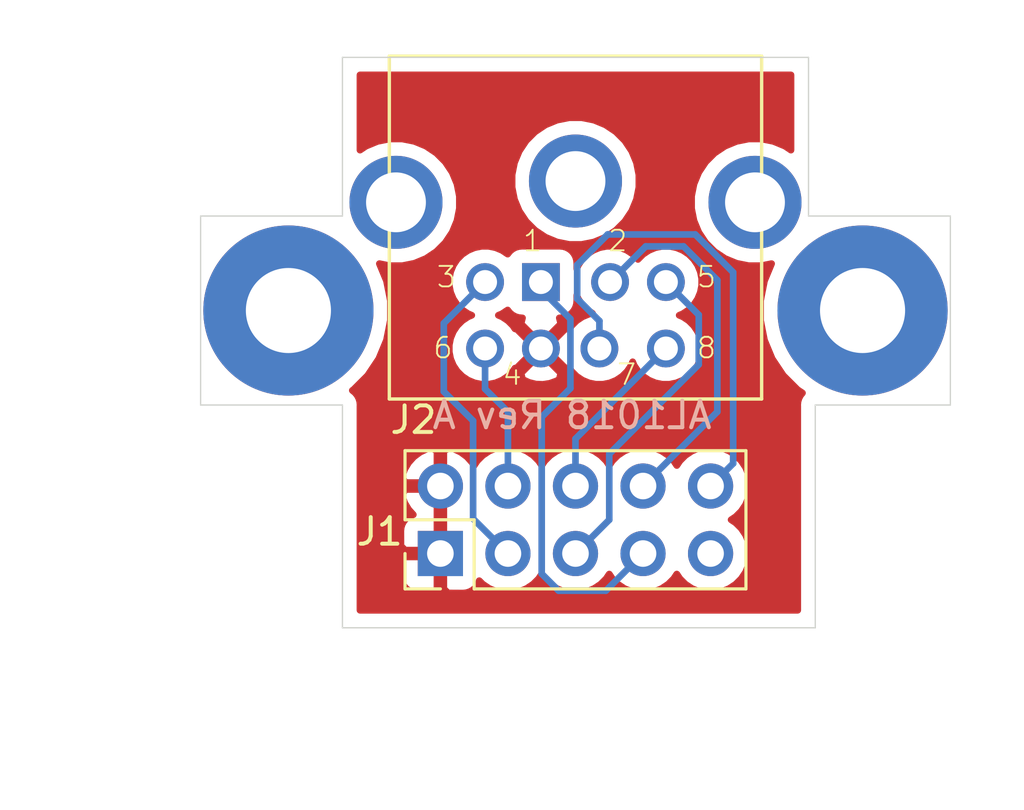
<source format=kicad_pcb>
(kicad_pcb (version 20171130) (host pcbnew 5.1.10-88a1d61d58~89~ubuntu20.04.1)

  (general
    (thickness 1.6)
    (drawings 13)
    (tracks 37)
    (zones 0)
    (modules 4)
    (nets 10)
  )

  (page A4)
  (layers
    (0 F.Cu signal)
    (31 B.Cu signal)
    (32 B.Adhes user)
    (33 F.Adhes user)
    (34 B.Paste user)
    (35 F.Paste user)
    (36 B.SilkS user)
    (37 F.SilkS user)
    (38 B.Mask user)
    (39 F.Mask user)
    (40 Dwgs.User user)
    (41 Cmts.User user)
    (42 Eco1.User user)
    (43 Eco2.User user)
    (44 Edge.Cuts user)
    (45 Margin user)
    (46 B.CrtYd user)
    (47 F.CrtYd user)
    (48 B.Fab user)
    (49 F.Fab user)
  )

  (setup
    (last_trace_width 0.25)
    (trace_clearance 0.2)
    (zone_clearance 0.508)
    (zone_45_only no)
    (trace_min 0.2)
    (via_size 0.8)
    (via_drill 0.4)
    (via_min_size 0.4)
    (via_min_drill 0.3)
    (uvia_size 0.3)
    (uvia_drill 0.1)
    (uvias_allowed no)
    (uvia_min_size 0.2)
    (uvia_min_drill 0.1)
    (edge_width 0.05)
    (segment_width 0.2)
    (pcb_text_width 0.3)
    (pcb_text_size 1.5 1.5)
    (mod_edge_width 0.12)
    (mod_text_size 1 1)
    (mod_text_width 0.15)
    (pad_size 1.524 1.524)
    (pad_drill 0.762)
    (pad_to_mask_clearance 0)
    (aux_axis_origin 0 0)
    (visible_elements FFFFFF7F)
    (pcbplotparams
      (layerselection 0x010fc_ffffffff)
      (usegerberextensions true)
      (usegerberattributes true)
      (usegerberadvancedattributes true)
      (creategerberjobfile true)
      (excludeedgelayer true)
      (linewidth 0.150000)
      (plotframeref false)
      (viasonmask false)
      (mode 1)
      (useauxorigin false)
      (hpglpennumber 1)
      (hpglpenspeed 20)
      (hpglpendiameter 15.000000)
      (psnegative false)
      (psa4output false)
      (plotreference true)
      (plotvalue false)
      (plotinvisibletext false)
      (padsonsilk false)
      (subtractmaskfromsilk false)
      (outputformat 1)
      (mirror false)
      (drillshape 0)
      (scaleselection 1)
      (outputdirectory "cam/"))
  )

  (net 0 "")
  (net 1 +5V)
  (net 2 /GPi)
  (net 3 /HSKo)
  (net 4 /HSKi)
  (net 5 /RXD-)
  (net 6 /RXD+)
  (net 7 /TXD-)
  (net 8 /TXD+)
  (net 9 GND)

  (net_class Default "This is the default net class."
    (clearance 0.2)
    (trace_width 0.25)
    (via_dia 0.8)
    (via_drill 0.4)
    (uvia_dia 0.3)
    (uvia_drill 0.1)
    (add_net +5V)
    (add_net /GPi)
    (add_net /HSKi)
    (add_net /HSKo)
    (add_net /RXD+)
    (add_net /RXD-)
    (add_net /TXD+)
    (add_net /TXD-)
    (add_net GND)
  )

  (module AL_Footprints:MINI_DIN8 locked (layer F.Cu) (tedit 6158B9D6) (tstamp 61544835)
    (at 66.929 34.753)
    (path /6154FF55)
    (fp_text reference J2 (at -7.0485 9.57) (layer F.SilkS)
      (effects (font (size 1 1) (thickness 0.15)) (justify left bottom))
    )
    (fp_text value Mini-DIN-8 (at -6.35 -2.59) (layer F.Fab)
      (effects (font (size 1.6891 1.6891) (thickness 0.16891)) (justify right bottom))
    )
    (fp_line (start 7 -4.7) (end -7 -4.7) (layer F.SilkS) (width 0.127))
    (fp_line (start -7 -4.7) (end -7 -0.25) (layer F.SilkS) (width 0.127))
    (fp_line (start -7 -0.25) (end -7 8.2) (layer F.SilkS) (width 0.127))
    (fp_line (start -7 8.2) (end 7 8.2) (layer F.SilkS) (width 0.127))
    (fp_line (start 7 8.2) (end 7 1.75) (layer F.SilkS) (width 0.127))
    (fp_line (start 7 1.75) (end 7 -0.25) (layer F.SilkS) (width 0.127))
    (fp_line (start 7 -0.25) (end 7 -4.7) (layer F.SilkS) (width 0.127))
    (fp_line (start 7 -0.25) (end 6.7 -0.25) (layer F.SilkS) (width 0.127))
    (fp_line (start 6.7 -0.25) (end 6.7 1.75) (layer F.SilkS) (width 0.127))
    (fp_line (start 6.7 1.75) (end 7 1.75) (layer F.SilkS) (width 0.127))
    (fp_line (start -7 -0.25) (end -6.7 -0.25) (layer F.SilkS) (width 0.127))
    (fp_line (start -6.7 -0.25) (end -6.7 1.75) (layer F.SilkS) (width 0.127))
    (fp_line (start -6.7 1.75) (end -6.95 1.75) (layer F.SilkS) (width 0.127))
    (fp_text user 4 (at -1.972 7.731 180) (layer F.SilkS)
      (effects (font (size 0.77216 0.77216) (thickness 0.065024)) (justify right bottom))
    )
    (fp_text user 4 (at -1.972 7.731 180) (layer F.SilkS)
      (effects (font (size 0.77216 0.77216) (thickness 0.065024)) (justify right bottom))
    )
    (fp_text user 7 (at 2.334 7.731 180) (layer F.SilkS)
      (effects (font (size 0.77216 0.77216) (thickness 0.065024)) (justify right bottom))
    )
    (fp_text user 7 (at 2.334 7.731 180) (layer F.SilkS)
      (effects (font (size 0.77216 0.77216) (thickness 0.065024)) (justify right bottom))
    )
    (fp_text user 2 (at 2 2.7 180) (layer F.SilkS)
      (effects (font (size 0.77216 0.77216) (thickness 0.065024)) (justify right bottom))
    )
    (fp_text user 5 (at 5.334 4.064 180) (layer F.SilkS)
      (effects (font (size 0.77216 0.77216) (thickness 0.065024)) (justify right bottom))
    )
    (fp_text user 6 (at -4.572 6.731 180) (layer F.SilkS)
      (effects (font (size 0.77216 0.77216) (thickness 0.065024)) (justify right bottom))
    )
    (fp_text user 1 (at -1.2 2.7 180) (layer F.SilkS)
      (effects (font (size 0.77216 0.77216) (thickness 0.065024)) (justify right bottom))
    )
    (fp_text user 3 (at -4.445 4.064 180) (layer F.SilkS)
      (effects (font (size 0.77216 0.77216) (thickness 0.065024)) (justify right bottom))
    )
    (fp_text user 8 (at 5.334 6.731 180) (layer F.SilkS)
      (effects (font (size 0.77216 0.77216) (thickness 0.065024)) (justify right bottom))
    )
    (fp_text user 8 (at 5.334 6.731 180) (layer F.SilkS)
      (effects (font (size 0.77216 0.77216) (thickness 0.065024)) (justify right bottom))
    )
    (fp_text user 6 (at -4.572 6.731 180) (layer F.SilkS)
      (effects (font (size 0.77216 0.77216) (thickness 0.065024)) (justify right bottom))
    )
    (fp_text user 5 (at 5.334 4.064 180) (layer F.SilkS)
      (effects (font (size 0.77216 0.77216) (thickness 0.065024)) (justify right bottom))
    )
    (fp_text user 3 (at -4.445 4.064 180) (layer F.SilkS)
      (effects (font (size 0.77216 0.77216) (thickness 0.065024)) (justify right bottom))
    )
    (fp_text user 2 (at 2 2.7 180) (layer F.SilkS)
      (effects (font (size 0.77216 0.77216) (thickness 0.065024)) (justify right bottom))
    )
    (fp_text user 1 (at -1.2 2.7 180) (layer F.SilkS)
      (effects (font (size 0.77216 0.77216) (thickness 0.065024)) (justify right bottom))
    )
    (pad 7 thru_hole circle (at 0.9 6.3) (size 1.4224 1.4224) (drill 0.9) (layers *.Cu *.Mask)
      (net 2 /GPi) (solder_mask_margin 0.0508))
    (pad 4 thru_hole circle (at -1.3 6.3) (size 1.4224 1.4224) (drill 0.9) (layers *.Cu *.Mask)
      (net 9 GND) (solder_mask_margin 0.0508))
    (pad 6 thru_hole circle (at -3.4 6.3) (size 1.4224 1.4224) (drill 0.9) (layers *.Cu *.Mask)
      (net 8 /TXD+) (solder_mask_margin 0.0508))
    (pad 8 thru_hole circle (at 3.4 6.3) (size 1.4224 1.4224) (drill 0.9) (layers *.Cu *.Mask)
      (net 6 /RXD+) (solder_mask_margin 0.0508))
    (pad 5 thru_hole circle (at 3.4 3.8) (size 1.4224 1.4224) (drill 0.9) (layers *.Cu *.Mask)
      (net 5 /RXD-) (solder_mask_margin 0.0508))
    (pad 3 thru_hole circle (at -3.4 3.8) (size 1.4224 1.4224) (drill 0.9) (layers *.Cu *.Mask)
      (net 7 /TXD-) (solder_mask_margin 0.0508))
    (pad 1 thru_hole rect (at -1.3 3.8) (size 1.4224 1.4224) (drill 0.9) (layers *.Cu *.Mask)
      (net 3 /HSKo) (solder_mask_margin 0.0508))
    (pad 2 thru_hole circle (at 1.3 3.8) (size 1.4224 1.4224) (drill 0.9) (layers *.Cu *.Mask)
      (net 4 /HSKi) (solder_mask_margin 0.0508))
    (pad SH2 thru_hole circle (at 0 0) (size 3.5 3.5) (drill 2.25) (layers *.Cu *.Mask)
      (solder_mask_margin 0.0508))
    (pad SH3 thru_hole circle (at -6.75 0.8) (size 3.5 3.5) (drill 2.25) (layers *.Cu *.Mask)
      (solder_mask_margin 0.0508))
    (pad SH1 thru_hole circle (at 6.75 0.8) (size 3.5 3.5) (drill 2.25) (layers *.Cu *.Mask)
      (solder_mask_margin 0.0508))
    (model "/home/jjlange/Nextcloud/Projects/KiCAD Libraries/packages3d/Mini-DIN-6P.step"
      (offset (xyz 0 4.75 6.75))
      (scale (xyz 1 1 1))
      (rotate (xyz 0 0 90))
    )
  )

  (module Connector_PinHeader_2.54mm:PinHeader_2x05_P2.54mm_Vertical (layer F.Cu) (tedit 59FED5CC) (tstamp 61544809)
    (at 61.849 48.768 90)
    (descr "Through hole straight pin header, 2x05, 2.54mm pitch, double rows")
    (tags "Through hole pin header THT 2x05 2.54mm double row")
    (path /61566F8C)
    (fp_text reference J1 (at 0.8255 -2.286) (layer F.SilkS)
      (effects (font (size 1 1) (thickness 0.15)))
    )
    (fp_text value Conn_02x05_Odd_Even (at 1.27 12.49 90) (layer F.Fab)
      (effects (font (size 1 1) (thickness 0.15)))
    )
    (fp_line (start 4.35 -1.8) (end -1.8 -1.8) (layer F.CrtYd) (width 0.05))
    (fp_line (start 4.35 11.95) (end 4.35 -1.8) (layer F.CrtYd) (width 0.05))
    (fp_line (start -1.8 11.95) (end 4.35 11.95) (layer F.CrtYd) (width 0.05))
    (fp_line (start -1.8 -1.8) (end -1.8 11.95) (layer F.CrtYd) (width 0.05))
    (fp_line (start -1.33 -1.33) (end 0 -1.33) (layer F.SilkS) (width 0.12))
    (fp_line (start -1.33 0) (end -1.33 -1.33) (layer F.SilkS) (width 0.12))
    (fp_line (start 1.27 -1.33) (end 3.87 -1.33) (layer F.SilkS) (width 0.12))
    (fp_line (start 1.27 1.27) (end 1.27 -1.33) (layer F.SilkS) (width 0.12))
    (fp_line (start -1.33 1.27) (end 1.27 1.27) (layer F.SilkS) (width 0.12))
    (fp_line (start 3.87 -1.33) (end 3.87 11.49) (layer F.SilkS) (width 0.12))
    (fp_line (start -1.33 1.27) (end -1.33 11.49) (layer F.SilkS) (width 0.12))
    (fp_line (start -1.33 11.49) (end 3.87 11.49) (layer F.SilkS) (width 0.12))
    (fp_line (start -1.27 0) (end 0 -1.27) (layer F.Fab) (width 0.1))
    (fp_line (start -1.27 11.43) (end -1.27 0) (layer F.Fab) (width 0.1))
    (fp_line (start 3.81 11.43) (end -1.27 11.43) (layer F.Fab) (width 0.1))
    (fp_line (start 3.81 -1.27) (end 3.81 11.43) (layer F.Fab) (width 0.1))
    (fp_line (start 0 -1.27) (end 3.81 -1.27) (layer F.Fab) (width 0.1))
    (fp_text user %R (at 1.27 5.08) (layer F.Fab)
      (effects (font (size 1 1) (thickness 0.15)))
    )
    (pad 10 thru_hole oval (at 2.54 10.16 90) (size 1.7 1.7) (drill 1) (layers *.Cu *.Mask)
      (net 2 /GPi))
    (pad 9 thru_hole oval (at 0 10.16 90) (size 1.7 1.7) (drill 1) (layers *.Cu *.Mask)
      (net 1 +5V))
    (pad 8 thru_hole oval (at 2.54 7.62 90) (size 1.7 1.7) (drill 1) (layers *.Cu *.Mask)
      (net 4 /HSKi))
    (pad 7 thru_hole oval (at 0 7.62 90) (size 1.7 1.7) (drill 1) (layers *.Cu *.Mask)
      (net 3 /HSKo))
    (pad 6 thru_hole oval (at 2.54 5.08 90) (size 1.7 1.7) (drill 1) (layers *.Cu *.Mask)
      (net 6 /RXD+))
    (pad 5 thru_hole oval (at 0 5.08 90) (size 1.7 1.7) (drill 1) (layers *.Cu *.Mask)
      (net 5 /RXD-))
    (pad 4 thru_hole oval (at 2.54 2.54 90) (size 1.7 1.7) (drill 1) (layers *.Cu *.Mask)
      (net 8 /TXD+))
    (pad 3 thru_hole oval (at 0 2.54 90) (size 1.7 1.7) (drill 1) (layers *.Cu *.Mask)
      (net 7 /TXD-))
    (pad 2 thru_hole oval (at 2.54 0 90) (size 1.7 1.7) (drill 1) (layers *.Cu *.Mask)
      (net 9 GND))
    (pad 1 thru_hole rect (at 0 0 90) (size 1.7 1.7) (drill 1) (layers *.Cu *.Mask)
      (net 9 GND))
    (model ${KISYS3DMOD}/Connector_PinHeader_2.54mm.3dshapes/PinHeader_2x05_P2.54mm_Vertical.wrl
      (at (xyz 0 0 0))
      (scale (xyz 1 1 1))
      (rotate (xyz 0 0 0))
    )
  )

  (module MountingHole:MountingHole_3.2mm_M3_Pad (layer F.Cu) (tedit 56D1B4CB) (tstamp 615447E9)
    (at 77.724 39.624)
    (descr "Mounting Hole 3.2mm, M3")
    (tags "mounting hole 3.2mm m3")
    (path /61552AA5)
    (attr virtual)
    (fp_text reference H2 (at 0 -4.2) (layer F.SilkS) hide
      (effects (font (size 1 1) (thickness 0.15)))
    )
    (fp_text value MountingHole (at 0 4.2) (layer F.Fab)
      (effects (font (size 1 1) (thickness 0.15)))
    )
    (fp_circle (center 0 0) (end 3.45 0) (layer F.CrtYd) (width 0.05))
    (fp_circle (center 0 0) (end 3.2 0) (layer Cmts.User) (width 0.15))
    (fp_text user %R (at 0.3 0) (layer F.Fab)
      (effects (font (size 1 1) (thickness 0.15)))
    )
    (pad 1 thru_hole circle (at 0 0) (size 6.4 6.4) (drill 3.2) (layers *.Cu *.Mask))
  )

  (module MountingHole:MountingHole_3.2mm_M3_Pad (layer F.Cu) (tedit 56D1B4CB) (tstamp 615449E2)
    (at 56.134 39.624)
    (descr "Mounting Hole 3.2mm, M3")
    (tags "mounting hole 3.2mm m3")
    (path /61552449)
    (attr virtual)
    (fp_text reference H1 (at 0 -4.2) (layer F.SilkS) hide
      (effects (font (size 1 1) (thickness 0.15)))
    )
    (fp_text value MountingHole (at 0 4.2) (layer F.Fab)
      (effects (font (size 1 1) (thickness 0.15)))
    )
    (fp_circle (center 0 0) (end 3.45 0) (layer F.CrtYd) (width 0.05))
    (fp_circle (center 0 0) (end 3.2 0) (layer Cmts.User) (width 0.15))
    (fp_text user %R (at 0.3 0) (layer F.Fab)
      (effects (font (size 1 1) (thickness 0.15)))
    )
    (pad 1 thru_hole circle (at 0 0) (size 6.4 6.4) (drill 3.2) (layers *.Cu *.Mask))
  )

  (gr_text "AL1018 Rev A" (at 66.802 43.561) (layer B.SilkS)
    (effects (font (size 1 1) (thickness 0.15)) (justify mirror))
  )
  (gr_line (start 58.166 36.068) (end 58.166 30.099) (layer Edge.Cuts) (width 0.05) (tstamp 6154488E))
  (gr_line (start 52.832 36.068) (end 58.166 36.068) (layer Edge.Cuts) (width 0.05))
  (gr_line (start 52.832 43.18) (end 52.832 36.068) (layer Edge.Cuts) (width 0.05))
  (gr_line (start 58.166 43.18) (end 52.832 43.18) (layer Edge.Cuts) (width 0.05))
  (gr_line (start 58.166 51.562) (end 58.166 43.18) (layer Edge.Cuts) (width 0.05))
  (gr_line (start 75.946 51.562) (end 58.166 51.562) (layer Edge.Cuts) (width 0.05))
  (gr_line (start 75.946 43.18) (end 75.946 51.562) (layer Edge.Cuts) (width 0.05))
  (gr_line (start 81.026 43.18) (end 75.946 43.18) (layer Edge.Cuts) (width 0.05))
  (gr_line (start 81.026 36.068) (end 81.026 43.18) (layer Edge.Cuts) (width 0.05))
  (gr_line (start 75.692 36.068) (end 81.026 36.068) (layer Edge.Cuts) (width 0.05))
  (gr_line (start 75.692 30.099) (end 75.692 36.068) (layer Edge.Cuts) (width 0.05))
  (gr_line (start 58.166 30.099) (end 75.692 30.099) (layer Edge.Cuts) (width 0.05))

  (segment (start 67.829 40.016) (end 66.9925 39.1795) (width 0.25) (layer B.Cu) (net 2))
  (segment (start 72.858999 38.187999) (end 72.858999 45.378001) (width 0.25) (layer B.Cu) (net 2))
  (segment (start 66.9925 37.9095) (end 68.141011 36.760989) (width 0.25) (layer B.Cu) (net 2))
  (segment (start 68.141011 36.760989) (end 71.431989 36.760989) (width 0.25) (layer B.Cu) (net 2))
  (segment (start 71.431989 36.760989) (end 72.858999 38.187999) (width 0.25) (layer B.Cu) (net 2))
  (segment (start 67.829 41.053) (end 67.829 40.016) (width 0.25) (layer B.Cu) (net 2))
  (segment (start 66.9925 39.1795) (end 66.9925 37.9095) (width 0.25) (layer B.Cu) (net 2))
  (segment (start 72.858999 45.378001) (end 72.009 46.228) (width 0.25) (layer B.Cu) (net 2))
  (segment (start 65.629 38.832) (end 65.629 38.553) (width 0.25) (layer B.Cu) (net 3))
  (segment (start 66.7385 39.9415) (end 65.629 38.832) (width 0.25) (layer B.Cu) (net 3))
  (segment (start 66.7385 42.550789) (end 66.7385 39.9415) (width 0.25) (layer B.Cu) (net 3))
  (segment (start 66.294 50.165) (end 65.659 49.53) (width 0.25) (layer B.Cu) (net 3))
  (segment (start 65.659 43.630289) (end 66.7385 42.550789) (width 0.25) (layer B.Cu) (net 3))
  (segment (start 68.072 50.165) (end 66.294 50.165) (width 0.25) (layer B.Cu) (net 3))
  (segment (start 65.659 49.53) (end 65.659 43.630289) (width 0.25) (layer B.Cu) (net 3))
  (segment (start 69.469 48.768) (end 68.072 50.165) (width 0.25) (layer B.Cu) (net 3))
  (segment (start 70.993 37.211) (end 69.571 37.211) (width 0.25) (layer B.Cu) (net 4))
  (segment (start 72.263 43.434) (end 72.263 38.481) (width 0.25) (layer B.Cu) (net 4))
  (segment (start 69.571 37.211) (end 68.229 38.553) (width 0.25) (layer B.Cu) (net 4))
  (segment (start 72.263 38.481) (end 70.993 37.211) (width 0.25) (layer B.Cu) (net 4))
  (segment (start 69.469 46.228) (end 72.263 43.434) (width 0.25) (layer B.Cu) (net 4))
  (segment (start 68.199 47.498) (end 66.929 48.768) (width 0.25) (layer B.Cu) (net 5))
  (segment (start 68.199 45.0215) (end 68.199 47.498) (width 0.25) (layer B.Cu) (net 5))
  (segment (start 71.5645 41.656) (end 68.199 45.0215) (width 0.25) (layer B.Cu) (net 5))
  (segment (start 71.5645 39.7885) (end 71.5645 41.656) (width 0.25) (layer B.Cu) (net 5))
  (segment (start 70.329 38.553) (end 71.5645 39.7885) (width 0.25) (layer B.Cu) (net 5))
  (segment (start 66.929 44.45) (end 66.929 46.228) (width 0.25) (layer B.Cu) (net 6))
  (segment (start 70.326 41.053) (end 66.929 44.45) (width 0.25) (layer B.Cu) (net 6))
  (segment (start 70.329 41.053) (end 70.326 41.053) (width 0.25) (layer B.Cu) (net 6))
  (segment (start 61.976 40.106) (end 63.529 38.553) (width 0.25) (layer B.Cu) (net 7))
  (segment (start 61.976 42.672) (end 61.976 40.106) (width 0.25) (layer B.Cu) (net 7))
  (segment (start 63.078989 43.774989) (end 61.976 42.672) (width 0.25) (layer B.Cu) (net 7))
  (segment (start 63.078989 47.457989) (end 63.078989 43.774989) (width 0.25) (layer B.Cu) (net 7))
  (segment (start 64.389 48.768) (end 63.078989 47.457989) (width 0.25) (layer B.Cu) (net 7))
  (segment (start 64.389 43.434) (end 64.389 46.228) (width 0.25) (layer B.Cu) (net 8))
  (segment (start 63.529 42.574) (end 64.389 43.434) (width 0.25) (layer B.Cu) (net 8))
  (segment (start 63.529 41.053) (end 63.529 42.574) (width 0.25) (layer B.Cu) (net 8))

  (zone (net 9) (net_name GND) (layer F.Cu) (tstamp 6158C0A4) (hatch edge 0.508)
    (connect_pads (clearance 0.508))
    (min_thickness 0.254)
    (fill yes (arc_segments 32) (thermal_gap 0.508) (thermal_bridge_width 0.508))
    (polygon
      (pts
        (xy 83.82 58.42) (xy 49.276 58.42) (xy 49.276 27.94) (xy 83.82 27.94)
      )
    )
    (filled_polygon
      (pts
        (xy 75.032001 33.588631) (xy 74.808721 33.43944) (xy 74.374679 33.259654) (xy 73.913902 33.168) (xy 73.444098 33.168)
        (xy 72.983321 33.259654) (xy 72.549279 33.43944) (xy 72.158651 33.70045) (xy 71.82645 34.032651) (xy 71.56544 34.423279)
        (xy 71.385654 34.857321) (xy 71.294 35.318098) (xy 71.294 35.787902) (xy 71.385654 36.248679) (xy 71.56544 36.682721)
        (xy 71.82645 37.073349) (xy 72.158651 37.40555) (xy 72.549279 37.66656) (xy 72.983321 37.846346) (xy 73.444098 37.938)
        (xy 73.913902 37.938) (xy 74.303489 37.860507) (xy 74.036377 38.505372) (xy 73.889 39.246285) (xy 73.889 40.001715)
        (xy 74.036377 40.742628) (xy 74.325467 41.440554) (xy 74.745161 42.06867) (xy 75.27933 42.602839) (xy 75.464384 42.726488)
        (xy 75.394575 42.81155) (xy 75.33329 42.926207) (xy 75.29555 43.050617) (xy 75.282807 43.18) (xy 75.286 43.212418)
        (xy 75.286001 50.902) (xy 58.826 50.902) (xy 58.826 49.618) (xy 60.360928 49.618) (xy 60.373188 49.742482)
        (xy 60.409498 49.86218) (xy 60.468463 49.972494) (xy 60.547815 50.069185) (xy 60.644506 50.148537) (xy 60.75482 50.207502)
        (xy 60.874518 50.243812) (xy 60.999 50.256072) (xy 61.56325 50.253) (xy 61.722 50.09425) (xy 61.722 48.895)
        (xy 60.52275 48.895) (xy 60.364 49.05375) (xy 60.360928 49.618) (xy 58.826 49.618) (xy 58.826 47.918)
        (xy 60.360928 47.918) (xy 60.364 48.48225) (xy 60.52275 48.641) (xy 61.722 48.641) (xy 61.722 46.355)
        (xy 60.528186 46.355) (xy 60.407519 46.584891) (xy 60.504843 46.859252) (xy 60.653822 47.109355) (xy 60.830626 47.305502)
        (xy 60.75482 47.328498) (xy 60.644506 47.387463) (xy 60.547815 47.466815) (xy 60.468463 47.563506) (xy 60.409498 47.67382)
        (xy 60.373188 47.793518) (xy 60.360928 47.918) (xy 58.826 47.918) (xy 58.826 45.871109) (xy 60.407519 45.871109)
        (xy 60.528186 46.101) (xy 61.722 46.101) (xy 61.722 44.907845) (xy 61.976 44.907845) (xy 61.976 46.101)
        (xy 61.996 46.101) (xy 61.996 46.355) (xy 61.976 46.355) (xy 61.976 48.641) (xy 61.996 48.641)
        (xy 61.996 48.895) (xy 61.976 48.895) (xy 61.976 50.09425) (xy 62.13475 50.253) (xy 62.699 50.256072)
        (xy 62.823482 50.243812) (xy 62.94318 50.207502) (xy 63.053494 50.148537) (xy 63.150185 50.069185) (xy 63.229537 49.972494)
        (xy 63.288502 49.86218) (xy 63.310513 49.78962) (xy 63.442368 49.921475) (xy 63.685589 50.08399) (xy 63.955842 50.195932)
        (xy 64.24274 50.253) (xy 64.53526 50.253) (xy 64.822158 50.195932) (xy 65.092411 50.08399) (xy 65.335632 49.921475)
        (xy 65.542475 49.714632) (xy 65.659 49.54024) (xy 65.775525 49.714632) (xy 65.982368 49.921475) (xy 66.225589 50.08399)
        (xy 66.495842 50.195932) (xy 66.78274 50.253) (xy 67.07526 50.253) (xy 67.362158 50.195932) (xy 67.632411 50.08399)
        (xy 67.875632 49.921475) (xy 68.082475 49.714632) (xy 68.199 49.54024) (xy 68.315525 49.714632) (xy 68.522368 49.921475)
        (xy 68.765589 50.08399) (xy 69.035842 50.195932) (xy 69.32274 50.253) (xy 69.61526 50.253) (xy 69.902158 50.195932)
        (xy 70.172411 50.08399) (xy 70.415632 49.921475) (xy 70.622475 49.714632) (xy 70.739 49.54024) (xy 70.855525 49.714632)
        (xy 71.062368 49.921475) (xy 71.305589 50.08399) (xy 71.575842 50.195932) (xy 71.86274 50.253) (xy 72.15526 50.253)
        (xy 72.442158 50.195932) (xy 72.712411 50.08399) (xy 72.955632 49.921475) (xy 73.162475 49.714632) (xy 73.32499 49.471411)
        (xy 73.436932 49.201158) (xy 73.494 48.91426) (xy 73.494 48.62174) (xy 73.436932 48.334842) (xy 73.32499 48.064589)
        (xy 73.162475 47.821368) (xy 72.955632 47.614525) (xy 72.78124 47.498) (xy 72.955632 47.381475) (xy 73.162475 47.174632)
        (xy 73.32499 46.931411) (xy 73.436932 46.661158) (xy 73.494 46.37426) (xy 73.494 46.08174) (xy 73.436932 45.794842)
        (xy 73.32499 45.524589) (xy 73.162475 45.281368) (xy 72.955632 45.074525) (xy 72.712411 44.91201) (xy 72.442158 44.800068)
        (xy 72.15526 44.743) (xy 71.86274 44.743) (xy 71.575842 44.800068) (xy 71.305589 44.91201) (xy 71.062368 45.074525)
        (xy 70.855525 45.281368) (xy 70.739 45.45576) (xy 70.622475 45.281368) (xy 70.415632 45.074525) (xy 70.172411 44.91201)
        (xy 69.902158 44.800068) (xy 69.61526 44.743) (xy 69.32274 44.743) (xy 69.035842 44.800068) (xy 68.765589 44.91201)
        (xy 68.522368 45.074525) (xy 68.315525 45.281368) (xy 68.199 45.45576) (xy 68.082475 45.281368) (xy 67.875632 45.074525)
        (xy 67.632411 44.91201) (xy 67.362158 44.800068) (xy 67.07526 44.743) (xy 66.78274 44.743) (xy 66.495842 44.800068)
        (xy 66.225589 44.91201) (xy 65.982368 45.074525) (xy 65.775525 45.281368) (xy 65.659 45.45576) (xy 65.542475 45.281368)
        (xy 65.335632 45.074525) (xy 65.092411 44.91201) (xy 64.822158 44.800068) (xy 64.53526 44.743) (xy 64.24274 44.743)
        (xy 63.955842 44.800068) (xy 63.685589 44.91201) (xy 63.442368 45.074525) (xy 63.235525 45.281368) (xy 63.113805 45.463534)
        (xy 63.044178 45.346645) (xy 62.849269 45.130412) (xy 62.61592 44.956359) (xy 62.353099 44.831175) (xy 62.20589 44.786524)
        (xy 61.976 44.907845) (xy 61.722 44.907845) (xy 61.49211 44.786524) (xy 61.344901 44.831175) (xy 61.08208 44.956359)
        (xy 60.848731 45.130412) (xy 60.653822 45.346645) (xy 60.504843 45.596748) (xy 60.407519 45.871109) (xy 58.826 45.871109)
        (xy 58.826 43.212418) (xy 58.829193 43.18) (xy 58.81645 43.050617) (xy 58.77871 42.926207) (xy 58.717425 42.81155)
        (xy 58.634948 42.711052) (xy 58.53701 42.630676) (xy 58.57867 42.602839) (xy 59.112839 42.06867) (xy 59.532533 41.440554)
        (xy 59.821623 40.742628) (xy 59.969 40.001715) (xy 59.969 39.246285) (xy 59.821623 38.505372) (xy 59.786431 38.420411)
        (xy 62.1828 38.420411) (xy 62.1828 38.685589) (xy 62.234533 38.945672) (xy 62.336013 39.190665) (xy 62.483338 39.411153)
        (xy 62.670847 39.598662) (xy 62.891335 39.745987) (xy 63.028976 39.803) (xy 62.891335 39.860013) (xy 62.670847 40.007338)
        (xy 62.483338 40.194847) (xy 62.336013 40.415335) (xy 62.234533 40.660328) (xy 62.1828 40.920411) (xy 62.1828 41.185589)
        (xy 62.234533 41.445672) (xy 62.336013 41.690665) (xy 62.483338 41.911153) (xy 62.670847 42.098662) (xy 62.891335 42.245987)
        (xy 63.136328 42.347467) (xy 63.396411 42.3992) (xy 63.661589 42.3992) (xy 63.921672 42.347467) (xy 64.166665 42.245987)
        (xy 64.387153 42.098662) (xy 64.503542 41.982273) (xy 64.879332 41.982273) (xy 64.940152 42.217183) (xy 65.180509 42.329202)
        (xy 65.438102 42.392176) (xy 65.70303 42.403687) (xy 65.965113 42.363291) (xy 66.21428 42.272542) (xy 66.317848 42.217183)
        (xy 66.378668 41.982273) (xy 65.629 41.232605) (xy 64.879332 41.982273) (xy 64.503542 41.982273) (xy 64.574662 41.911153)
        (xy 64.654903 41.791063) (xy 64.699727 41.802668) (xy 65.449395 41.053) (xy 64.699727 40.303332) (xy 64.654903 40.314937)
        (xy 64.574662 40.194847) (xy 64.387153 40.007338) (xy 64.166665 39.860013) (xy 64.029024 39.803) (xy 64.166665 39.745987)
        (xy 64.379344 39.60388) (xy 64.387263 39.618694) (xy 64.466615 39.715385) (xy 64.563306 39.794737) (xy 64.67362 39.853702)
        (xy 64.793318 39.890012) (xy 64.9178 39.902272) (xy 64.936668 39.902272) (xy 64.879332 40.123727) (xy 65.629 40.873395)
        (xy 66.378668 40.123727) (xy 66.321332 39.902272) (xy 66.3402 39.902272) (xy 66.464682 39.890012) (xy 66.58438 39.853702)
        (xy 66.694694 39.794737) (xy 66.791385 39.715385) (xy 66.870737 39.618694) (xy 66.929702 39.50838) (xy 66.966012 39.388682)
        (xy 66.978272 39.2642) (xy 66.978272 39.051267) (xy 67.036013 39.190665) (xy 67.183338 39.411153) (xy 67.370847 39.598662)
        (xy 67.570246 39.731896) (xy 67.436328 39.758533) (xy 67.191335 39.860013) (xy 66.970847 40.007338) (xy 66.783338 40.194847)
        (xy 66.688348 40.337009) (xy 66.558273 40.303332) (xy 65.808605 41.053) (xy 66.558273 41.802668) (xy 66.688348 41.768991)
        (xy 66.783338 41.911153) (xy 66.970847 42.098662) (xy 67.191335 42.245987) (xy 67.436328 42.347467) (xy 67.696411 42.3992)
        (xy 67.961589 42.3992) (xy 68.221672 42.347467) (xy 68.466665 42.245987) (xy 68.687153 42.098662) (xy 68.874662 41.911153)
        (xy 69.021987 41.690665) (xy 69.079 41.553024) (xy 69.136013 41.690665) (xy 69.283338 41.911153) (xy 69.470847 42.098662)
        (xy 69.691335 42.245987) (xy 69.936328 42.347467) (xy 70.196411 42.3992) (xy 70.461589 42.3992) (xy 70.721672 42.347467)
        (xy 70.966665 42.245987) (xy 71.187153 42.098662) (xy 71.374662 41.911153) (xy 71.521987 41.690665) (xy 71.623467 41.445672)
        (xy 71.6752 41.185589) (xy 71.6752 40.920411) (xy 71.623467 40.660328) (xy 71.521987 40.415335) (xy 71.374662 40.194847)
        (xy 71.187153 40.007338) (xy 70.966665 39.860013) (xy 70.829024 39.803) (xy 70.966665 39.745987) (xy 71.187153 39.598662)
        (xy 71.374662 39.411153) (xy 71.521987 39.190665) (xy 71.623467 38.945672) (xy 71.6752 38.685589) (xy 71.6752 38.420411)
        (xy 71.623467 38.160328) (xy 71.521987 37.915335) (xy 71.374662 37.694847) (xy 71.187153 37.507338) (xy 70.966665 37.360013)
        (xy 70.721672 37.258533) (xy 70.461589 37.2068) (xy 70.196411 37.2068) (xy 69.936328 37.258533) (xy 69.691335 37.360013)
        (xy 69.470847 37.507338) (xy 69.283338 37.694847) (xy 69.279 37.701339) (xy 69.274662 37.694847) (xy 69.087153 37.507338)
        (xy 68.866665 37.360013) (xy 68.621672 37.258533) (xy 68.361589 37.2068) (xy 68.096411 37.2068) (xy 67.836328 37.258533)
        (xy 67.591335 37.360013) (xy 67.370847 37.507338) (xy 67.183338 37.694847) (xy 67.036013 37.915335) (xy 66.978272 38.054733)
        (xy 66.978272 37.8418) (xy 66.966012 37.717318) (xy 66.929702 37.59762) (xy 66.870737 37.487306) (xy 66.791385 37.390615)
        (xy 66.694694 37.311263) (xy 66.58438 37.252298) (xy 66.464682 37.215988) (xy 66.3402 37.203728) (xy 64.9178 37.203728)
        (xy 64.793318 37.215988) (xy 64.67362 37.252298) (xy 64.563306 37.311263) (xy 64.466615 37.390615) (xy 64.387263 37.487306)
        (xy 64.379344 37.50212) (xy 64.166665 37.360013) (xy 63.921672 37.258533) (xy 63.661589 37.2068) (xy 63.396411 37.2068)
        (xy 63.136328 37.258533) (xy 62.891335 37.360013) (xy 62.670847 37.507338) (xy 62.483338 37.694847) (xy 62.336013 37.915335)
        (xy 62.234533 38.160328) (xy 62.1828 38.420411) (xy 59.786431 38.420411) (xy 59.554511 37.860507) (xy 59.944098 37.938)
        (xy 60.413902 37.938) (xy 60.874679 37.846346) (xy 61.308721 37.66656) (xy 61.699349 37.40555) (xy 62.03155 37.073349)
        (xy 62.29256 36.682721) (xy 62.472346 36.248679) (xy 62.564 35.787902) (xy 62.564 35.318098) (xy 62.472346 34.857321)
        (xy 62.331836 34.518098) (xy 64.544 34.518098) (xy 64.544 34.987902) (xy 64.635654 35.448679) (xy 64.81544 35.882721)
        (xy 65.07645 36.273349) (xy 65.408651 36.60555) (xy 65.799279 36.86656) (xy 66.233321 37.046346) (xy 66.694098 37.138)
        (xy 67.163902 37.138) (xy 67.624679 37.046346) (xy 68.058721 36.86656) (xy 68.449349 36.60555) (xy 68.78155 36.273349)
        (xy 69.04256 35.882721) (xy 69.222346 35.448679) (xy 69.314 34.987902) (xy 69.314 34.518098) (xy 69.222346 34.057321)
        (xy 69.04256 33.623279) (xy 68.78155 33.232651) (xy 68.449349 32.90045) (xy 68.058721 32.63944) (xy 67.624679 32.459654)
        (xy 67.163902 32.368) (xy 66.694098 32.368) (xy 66.233321 32.459654) (xy 65.799279 32.63944) (xy 65.408651 32.90045)
        (xy 65.07645 33.232651) (xy 64.81544 33.623279) (xy 64.635654 34.057321) (xy 64.544 34.518098) (xy 62.331836 34.518098)
        (xy 62.29256 34.423279) (xy 62.03155 34.032651) (xy 61.699349 33.70045) (xy 61.308721 33.43944) (xy 60.874679 33.259654)
        (xy 60.413902 33.168) (xy 59.944098 33.168) (xy 59.483321 33.259654) (xy 59.049279 33.43944) (xy 58.826 33.588631)
        (xy 58.826 30.759) (xy 75.032 30.759)
      )
    )
  )
)

</source>
